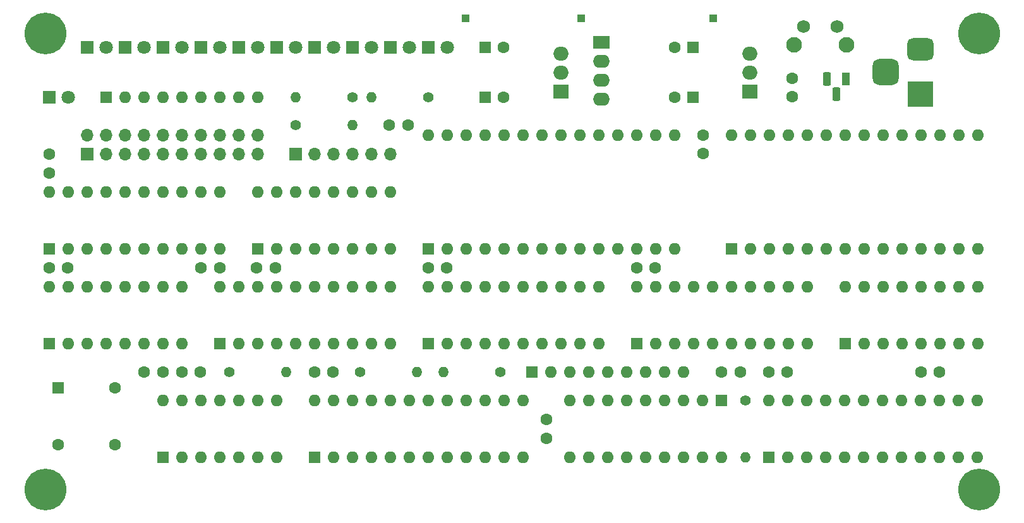
<source format=gbr>
%TF.GenerationSoftware,KiCad,Pcbnew,8.0.1*%
%TF.CreationDate,2024-07-07T17:16:33-04:00*%
%TF.ProjectId,8k8,386b382e-6b69-4636-9164-5f7063625858,rev?*%
%TF.SameCoordinates,Original*%
%TF.FileFunction,Soldermask,Top*%
%TF.FilePolarity,Negative*%
%FSLAX46Y46*%
G04 Gerber Fmt 4.6, Leading zero omitted, Abs format (unit mm)*
G04 Created by KiCad (PCBNEW 8.0.1) date 2024-07-07 17:16:33*
%MOMM*%
%LPD*%
G01*
G04 APERTURE LIST*
G04 Aperture macros list*
%AMRoundRect*
0 Rectangle with rounded corners*
0 $1 Rounding radius*
0 $2 $3 $4 $5 $6 $7 $8 $9 X,Y pos of 4 corners*
0 Add a 4 corners polygon primitive as box body*
4,1,4,$2,$3,$4,$5,$6,$7,$8,$9,$2,$3,0*
0 Add four circle primitives for the rounded corners*
1,1,$1+$1,$2,$3*
1,1,$1+$1,$4,$5*
1,1,$1+$1,$6,$7*
1,1,$1+$1,$8,$9*
0 Add four rect primitives between the rounded corners*
20,1,$1+$1,$2,$3,$4,$5,0*
20,1,$1+$1,$4,$5,$6,$7,0*
20,1,$1+$1,$6,$7,$8,$9,0*
20,1,$1+$1,$8,$9,$2,$3,0*%
G04 Aperture macros list end*
%ADD10R,1.600000X1.600000*%
%ADD11O,1.600000X1.600000*%
%ADD12C,1.600000*%
%ADD13R,1.000000X1.000000*%
%ADD14O,1.700000X1.700000*%
%ADD15R,1.700000X1.700000*%
%ADD16C,5.600000*%
%ADD17C,1.400000*%
%ADD18O,1.400000X1.400000*%
%ADD19R,1.100000X1.800000*%
%ADD20RoundRect,0.275000X0.275000X0.625000X-0.275000X0.625000X-0.275000X-0.625000X0.275000X-0.625000X0*%
%ADD21R,1.800000X1.800000*%
%ADD22C,1.800000*%
%ADD23R,3.500000X3.500000*%
%ADD24RoundRect,0.750000X-1.000000X0.750000X-1.000000X-0.750000X1.000000X-0.750000X1.000000X0.750000X0*%
%ADD25RoundRect,0.875000X-0.875000X0.875000X-0.875000X-0.875000X0.875000X-0.875000X0.875000X0.875000X0*%
%ADD26C,2.100000*%
%ADD27C,1.750000*%
%ADD28R,2.000000X1.905000*%
%ADD29O,2.000000X1.905000*%
%ADD30R,2.250000X1.750000*%
%ADD31O,2.250000X1.750000*%
G04 APERTURE END LIST*
D10*
%TO.C,U5*%
X123440000Y-77400000D03*
D11*
X125980000Y-77400000D03*
X128520000Y-77400000D03*
X131060000Y-77400000D03*
X133600000Y-77400000D03*
X136140000Y-77400000D03*
X138680000Y-77400000D03*
X141220000Y-77400000D03*
X143760000Y-77400000D03*
X146300000Y-77400000D03*
X146300000Y-69780000D03*
X143760000Y-69780000D03*
X141220000Y-69780000D03*
X138680000Y-69780000D03*
X136140000Y-69780000D03*
X133600000Y-69780000D03*
X131060000Y-69780000D03*
X128520000Y-69780000D03*
X125980000Y-69780000D03*
X123440000Y-69780000D03*
%TD*%
D10*
%TO.C,U3*%
X80260000Y-92680000D03*
D11*
X82800000Y-92680000D03*
X85340000Y-92680000D03*
X87880000Y-92680000D03*
X90420000Y-92680000D03*
X92960000Y-92680000D03*
X95500000Y-92680000D03*
X98040000Y-92680000D03*
X100580000Y-92680000D03*
X103120000Y-92680000D03*
X105660000Y-92680000D03*
X108200000Y-92680000D03*
X108200000Y-85060000D03*
X105660000Y-85060000D03*
X103120000Y-85060000D03*
X100580000Y-85060000D03*
X98040000Y-85060000D03*
X95500000Y-85060000D03*
X92960000Y-85060000D03*
X90420000Y-85060000D03*
X87880000Y-85060000D03*
X85340000Y-85060000D03*
X82800000Y-85060000D03*
X80260000Y-85060000D03*
%TD*%
D10*
%TO.C,U6*%
X67560000Y-77400000D03*
D11*
X70100000Y-77400000D03*
X72640000Y-77400000D03*
X75180000Y-77400000D03*
X77720000Y-77400000D03*
X80260000Y-77400000D03*
X82800000Y-77400000D03*
X85340000Y-77400000D03*
X87880000Y-77400000D03*
X90420000Y-77400000D03*
X90420000Y-69780000D03*
X87880000Y-69780000D03*
X85340000Y-69780000D03*
X82800000Y-69780000D03*
X80260000Y-69780000D03*
X77720000Y-69780000D03*
X75180000Y-69780000D03*
X72640000Y-69780000D03*
X70100000Y-69780000D03*
X67560000Y-69780000D03*
%TD*%
D10*
%TO.C,U8*%
X95500000Y-77400000D03*
D11*
X98040000Y-77400000D03*
X100580000Y-77400000D03*
X103120000Y-77400000D03*
X105660000Y-77400000D03*
X108200000Y-77400000D03*
X110740000Y-77400000D03*
X113280000Y-77400000D03*
X115820000Y-77400000D03*
X118360000Y-77400000D03*
X118360000Y-69780000D03*
X115820000Y-69780000D03*
X113280000Y-69780000D03*
X110740000Y-69780000D03*
X108200000Y-69780000D03*
X105660000Y-69780000D03*
X103120000Y-69780000D03*
X100580000Y-69780000D03*
X98040000Y-69780000D03*
X95500000Y-69780000D03*
%TD*%
D12*
%TO.C,C9*%
X90300000Y-48155000D03*
X92800000Y-48155000D03*
%TD*%
D10*
%TO.C,U7*%
X141160000Y-92680000D03*
D11*
X143700000Y-92680000D03*
X146240000Y-92680000D03*
X148780000Y-92680000D03*
X151320000Y-92680000D03*
X153860000Y-92680000D03*
X156400000Y-92680000D03*
X158940000Y-92680000D03*
X161480000Y-92680000D03*
X164020000Y-92680000D03*
X166560000Y-92680000D03*
X169100000Y-92680000D03*
X169100000Y-85060000D03*
X166560000Y-85060000D03*
X164020000Y-85060000D03*
X161480000Y-85060000D03*
X158940000Y-85060000D03*
X156400000Y-85060000D03*
X153860000Y-85060000D03*
X151320000Y-85060000D03*
X148780000Y-85060000D03*
X146240000Y-85060000D03*
X143700000Y-85060000D03*
X141160000Y-85060000D03*
%TD*%
D13*
%TO.C,TP1*%
X100530000Y-33830000D03*
%TD*%
D12*
%TO.C,C6*%
X143660000Y-81250000D03*
X141160000Y-81250000D03*
%TD*%
D14*
%TO.C,J1*%
X72640000Y-49500000D03*
X72640000Y-52040000D03*
X70100000Y-49500000D03*
X70100000Y-52040000D03*
X67560000Y-49500000D03*
X67560000Y-52040000D03*
X65020000Y-49500000D03*
X65020000Y-52040000D03*
X62480000Y-49500000D03*
X62480000Y-52040000D03*
X59940000Y-49500000D03*
X59940000Y-52040000D03*
X57400000Y-49500000D03*
X57400000Y-52040000D03*
X54860000Y-49500000D03*
X54860000Y-52040000D03*
X52320000Y-49500000D03*
X52320000Y-52040000D03*
X49780000Y-49500000D03*
D15*
X49780000Y-52040000D03*
%TD*%
D16*
%TO.C,H3*%
X44200000Y-97000000D03*
%TD*%
D12*
%TO.C,C18*%
X44700000Y-52040000D03*
X44700000Y-54540000D03*
%TD*%
D17*
%TO.C,R1*%
X137997500Y-85060000D03*
D18*
X137997500Y-92680000D03*
%TD*%
D12*
%TO.C,C20*%
X137335000Y-81250000D03*
X134835000Y-81250000D03*
%TD*%
D19*
%TO.C,U4*%
X151490000Y-41950000D03*
D20*
X150220000Y-44020000D03*
X148950000Y-41950000D03*
%TD*%
D17*
%TO.C,R2*%
X68830000Y-81210000D03*
D18*
X76450000Y-81210000D03*
%TD*%
D17*
%TO.C,R15*%
X95500000Y-44420000D03*
D18*
X87880000Y-44420000D03*
%TD*%
D21*
%TO.C,D6*%
X54860000Y-37735000D03*
D22*
X57400000Y-37735000D03*
%TD*%
D17*
%TO.C,R5*%
X77720000Y-48155000D03*
D18*
X85340000Y-48155000D03*
%TD*%
D12*
%TO.C,C5*%
X64980000Y-81210000D03*
X62480000Y-81210000D03*
%TD*%
D10*
%TO.C,U11*%
X72640000Y-64700000D03*
D11*
X75180000Y-64700000D03*
X77720000Y-64700000D03*
X80260000Y-64700000D03*
X82800000Y-64700000D03*
X85340000Y-64700000D03*
X87880000Y-64700000D03*
X90420000Y-64700000D03*
X90420000Y-57080000D03*
X87880000Y-57080000D03*
X85340000Y-57080000D03*
X82800000Y-57080000D03*
X80260000Y-57080000D03*
X77720000Y-57080000D03*
X75180000Y-57080000D03*
X72640000Y-57080000D03*
%TD*%
D10*
%TO.C,U10*%
X136140000Y-64700000D03*
D11*
X138680000Y-64700000D03*
X141220000Y-64700000D03*
X143760000Y-64700000D03*
X146300000Y-64700000D03*
X148840000Y-64700000D03*
X151380000Y-64700000D03*
X153920000Y-64700000D03*
X156460000Y-64700000D03*
X159000000Y-64700000D03*
X161540000Y-64700000D03*
X164080000Y-64700000D03*
X166620000Y-64700000D03*
X169160000Y-64700000D03*
X169160000Y-49460000D03*
X166620000Y-49460000D03*
X164080000Y-49460000D03*
X161540000Y-49460000D03*
X159000000Y-49460000D03*
X156460000Y-49460000D03*
X153920000Y-49460000D03*
X151380000Y-49460000D03*
X148840000Y-49460000D03*
X146300000Y-49460000D03*
X143760000Y-49460000D03*
X141220000Y-49460000D03*
X138680000Y-49460000D03*
X136140000Y-49460000D03*
%TD*%
D23*
%TO.C,J3*%
X161500000Y-44000000D03*
D24*
X161500000Y-38000000D03*
D25*
X156800000Y-41000000D03*
%TD*%
D10*
%TO.C,U1*%
X134835000Y-85060000D03*
D11*
X132295000Y-85060000D03*
X129755000Y-85060000D03*
X127215000Y-85060000D03*
X124675000Y-85060000D03*
X122135000Y-85060000D03*
X119595000Y-85060000D03*
X117055000Y-85060000D03*
X114515000Y-85060000D03*
X114515000Y-92680000D03*
X117055000Y-92680000D03*
X119595000Y-92680000D03*
X122135000Y-92680000D03*
X124675000Y-92680000D03*
X127215000Y-92680000D03*
X129755000Y-92680000D03*
X132295000Y-92680000D03*
X134835000Y-92680000D03*
%TD*%
%TO.C,U9*%
X95500000Y-49460000D03*
X98040000Y-49460000D03*
X100580000Y-49460000D03*
X103120000Y-49460000D03*
X105660000Y-49460000D03*
X108200000Y-49460000D03*
X110740000Y-49460000D03*
X113280000Y-49460000D03*
X115820000Y-49460000D03*
X118360000Y-49460000D03*
X120900000Y-49460000D03*
X123440000Y-49460000D03*
X125980000Y-49460000D03*
X128520000Y-49460000D03*
X128520000Y-64700000D03*
X125980000Y-64700000D03*
X123440000Y-64700000D03*
X120900000Y-64700000D03*
X118360000Y-64700000D03*
X115820000Y-64700000D03*
X113280000Y-64700000D03*
X110740000Y-64700000D03*
X108200000Y-64700000D03*
X105660000Y-64700000D03*
X103120000Y-64700000D03*
X100580000Y-64700000D03*
X98040000Y-64700000D03*
D10*
X95500000Y-64700000D03*
%TD*%
D17*
%TO.C,R3*%
X86388333Y-81250000D03*
D18*
X94008333Y-81250000D03*
%TD*%
D13*
%TO.C,TP3*%
X133750000Y-33830000D03*
%TD*%
D26*
%TO.C,SW1*%
X144590000Y-37392500D03*
X151600000Y-37392500D03*
D27*
X145840000Y-34902500D03*
X150340000Y-34902500D03*
%TD*%
D21*
%TO.C,D4*%
X95500000Y-37735000D03*
D22*
X98040000Y-37735000D03*
%TD*%
D10*
%TO.C,RN2*%
X52320000Y-44420000D03*
D11*
X54860000Y-44420000D03*
X57400000Y-44420000D03*
X59940000Y-44420000D03*
X62480000Y-44420000D03*
X65020000Y-44420000D03*
X67560000Y-44420000D03*
X70100000Y-44420000D03*
X72640000Y-44420000D03*
%TD*%
%TO.C,U2*%
X59940000Y-85020000D03*
X62480000Y-85020000D03*
X65020000Y-85020000D03*
X67560000Y-85020000D03*
X70100000Y-85020000D03*
X72640000Y-85020000D03*
X75180000Y-85020000D03*
X75180000Y-92640000D03*
X72640000Y-92640000D03*
X70100000Y-92640000D03*
X67560000Y-92640000D03*
X65020000Y-92640000D03*
X62480000Y-92640000D03*
D10*
X59940000Y-92640000D03*
%TD*%
D21*
%TO.C,D9*%
X70100000Y-37735000D03*
D22*
X72640000Y-37735000D03*
%TD*%
D12*
%TO.C,C1*%
X57440000Y-81210000D03*
X59940000Y-81210000D03*
%TD*%
D28*
%TO.C,U17*%
X113280000Y-43628750D03*
D29*
X113280000Y-41088750D03*
X113280000Y-38548750D03*
%TD*%
D21*
%TO.C,D8*%
X65020000Y-37735000D03*
D22*
X67560000Y-37735000D03*
%TD*%
D17*
%TO.C,R14*%
X85340000Y-44420000D03*
D18*
X77720000Y-44420000D03*
%TD*%
D16*
%TO.C,H2*%
X169335000Y-35850000D03*
%TD*%
D21*
%TO.C,D10*%
X75180000Y-37735000D03*
D22*
X77720000Y-37735000D03*
%TD*%
D16*
%TO.C,H4*%
X169335000Y-97000000D03*
%TD*%
D10*
%TO.C,U12*%
X44700000Y-77400000D03*
D11*
X47240000Y-77400000D03*
X49780000Y-77400000D03*
X52320000Y-77400000D03*
X54860000Y-77400000D03*
X57400000Y-77400000D03*
X59940000Y-77400000D03*
X62480000Y-77400000D03*
X62480000Y-69780000D03*
X59940000Y-69780000D03*
X57400000Y-69780000D03*
X54860000Y-69780000D03*
X52320000Y-69780000D03*
X49780000Y-69780000D03*
X47240000Y-69780000D03*
X44700000Y-69780000D03*
%TD*%
D15*
%TO.C,J2*%
X77720000Y-52040000D03*
D14*
X80260000Y-52040000D03*
X82800000Y-52040000D03*
X85340000Y-52040000D03*
X87880000Y-52040000D03*
X90420000Y-52040000D03*
%TD*%
D21*
%TO.C,D1*%
X44700000Y-44420000D03*
D22*
X47240000Y-44420000D03*
%TD*%
D21*
%TO.C,D11*%
X80260000Y-37735000D03*
D22*
X82800000Y-37735000D03*
%TD*%
D12*
%TO.C,C11*%
X75030000Y-67240000D03*
X72530000Y-67240000D03*
%TD*%
%TO.C,C14*%
X47200000Y-67240000D03*
X44700000Y-67240000D03*
%TD*%
D21*
%TO.C,D5*%
X49780000Y-37735000D03*
D22*
X52320000Y-37735000D03*
%TD*%
D12*
%TO.C,C2*%
X144340000Y-44350000D03*
X144340000Y-41850000D03*
%TD*%
%TO.C,C7*%
X82760000Y-81250000D03*
X80260000Y-81250000D03*
%TD*%
%TO.C,C8*%
X98000000Y-67240000D03*
X95500000Y-67240000D03*
%TD*%
%TO.C,C13*%
X164040000Y-81250000D03*
X161540000Y-81250000D03*
%TD*%
D10*
%TO.C,RN1*%
X109435000Y-81250000D03*
D11*
X111975000Y-81250000D03*
X114515000Y-81250000D03*
X117055000Y-81250000D03*
X119595000Y-81250000D03*
X122135000Y-81250000D03*
X124675000Y-81250000D03*
X127215000Y-81250000D03*
X129755000Y-81250000D03*
%TD*%
D30*
%TO.C,PS1*%
X118750000Y-37000000D03*
D31*
X118750000Y-39540000D03*
X118750000Y-42080000D03*
X118750000Y-44620000D03*
%TD*%
D21*
%TO.C,D12*%
X85340000Y-37735000D03*
D22*
X87880000Y-37735000D03*
%TD*%
D12*
%TO.C,C3*%
X65060000Y-67240000D03*
X67560000Y-67240000D03*
%TD*%
D10*
%TO.C,C26*%
X103120000Y-37735000D03*
D12*
X105620000Y-37735000D03*
%TD*%
%TO.C,C10*%
X132330000Y-51960000D03*
X132330000Y-49460000D03*
%TD*%
D10*
%TO.C,C24*%
X131020000Y-37735000D03*
D12*
X128520000Y-37735000D03*
%TD*%
D10*
%TO.C,X1*%
X45940000Y-83330000D03*
D12*
X45940000Y-90950000D03*
X53560000Y-90950000D03*
X53560000Y-83330000D03*
%TD*%
D28*
%TO.C,U16*%
X138650000Y-43628750D03*
D29*
X138650000Y-41088750D03*
X138650000Y-38548750D03*
%TD*%
D12*
%TO.C,C19*%
X111357500Y-87610000D03*
X111357500Y-90110000D03*
%TD*%
D17*
%TO.C,R4*%
X105156666Y-81250000D03*
D18*
X97536666Y-81250000D03*
%TD*%
D16*
%TO.C,H1*%
X44200000Y-35850000D03*
%TD*%
D12*
%TO.C,C4*%
X125940000Y-67240000D03*
X123440000Y-67240000D03*
%TD*%
D10*
%TO.C,U13*%
X151380000Y-77400000D03*
D11*
X153920000Y-77400000D03*
X156460000Y-77400000D03*
X159000000Y-77400000D03*
X161540000Y-77400000D03*
X164080000Y-77400000D03*
X166620000Y-77400000D03*
X169160000Y-77400000D03*
X169160000Y-69780000D03*
X166620000Y-69780000D03*
X164080000Y-69780000D03*
X161540000Y-69780000D03*
X159000000Y-69780000D03*
X156460000Y-69780000D03*
X153920000Y-69780000D03*
X151380000Y-69780000D03*
%TD*%
D10*
%TO.C,C25*%
X103120000Y-44442500D03*
D12*
X105620000Y-44442500D03*
%TD*%
D21*
%TO.C,D3*%
X90420000Y-37735000D03*
D22*
X92960000Y-37735000D03*
%TD*%
D13*
%TO.C,TP2*%
X116000000Y-33830000D03*
%TD*%
D10*
%TO.C,C23*%
X131020000Y-44442500D03*
D12*
X128520000Y-44442500D03*
%TD*%
D10*
%TO.C,U15*%
X44700000Y-64700000D03*
D11*
X47240000Y-64700000D03*
X49780000Y-64700000D03*
X52320000Y-64700000D03*
X54860000Y-64700000D03*
X57400000Y-64700000D03*
X59940000Y-64700000D03*
X62480000Y-64700000D03*
X65020000Y-64700000D03*
X67560000Y-64700000D03*
X67560000Y-57080000D03*
X65020000Y-57080000D03*
X62480000Y-57080000D03*
X59940000Y-57080000D03*
X57400000Y-57080000D03*
X54860000Y-57080000D03*
X52320000Y-57080000D03*
X49780000Y-57080000D03*
X47240000Y-57080000D03*
X44700000Y-57080000D03*
%TD*%
D21*
%TO.C,D7*%
X59940000Y-37735000D03*
D22*
X62480000Y-37735000D03*
%TD*%
M02*

</source>
